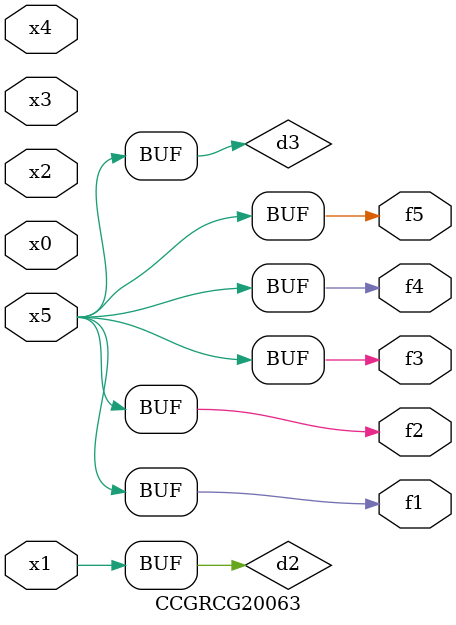
<source format=v>
module CCGRCG20063(
	input x0, x1, x2, x3, x4, x5,
	output f1, f2, f3, f4, f5
);

	wire d1, d2, d3;

	not (d1, x5);
	or (d2, x1);
	xnor (d3, d1);
	assign f1 = d3;
	assign f2 = d3;
	assign f3 = d3;
	assign f4 = d3;
	assign f5 = d3;
endmodule

</source>
